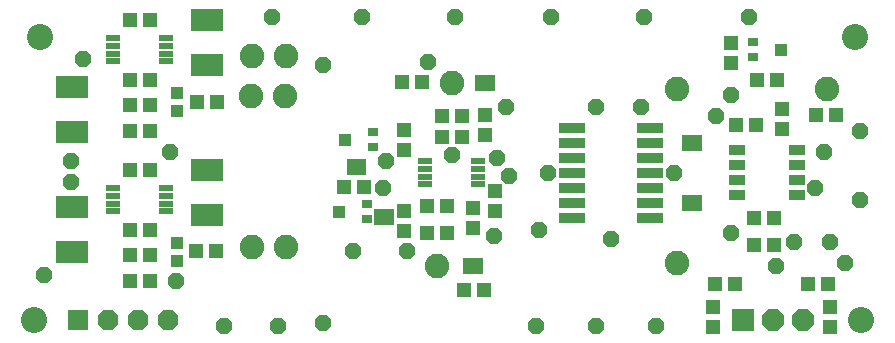
<source format=gts>
G75*
G70*
%OFA0B0*%
%FSLAX24Y24*%
%IPPOS*%
%LPD*%
%AMOC8*
5,1,8,0,0,1.08239X$1,22.5*
%
%ADD10C,0.0867*%
%ADD11R,0.0513X0.0237*%
%ADD12R,0.0880X0.0340*%
%ADD13R,0.0513X0.0474*%
%ADD14R,0.1064X0.0749*%
%ADD15R,0.0474X0.0513*%
%ADD16R,0.0330X0.0580*%
%ADD17C,0.0820*%
%ADD18R,0.0580X0.0330*%
%ADD19R,0.0434X0.0434*%
%ADD20R,0.0356X0.0316*%
%ADD21R,0.0740X0.0740*%
%ADD22OC8,0.0740*%
%ADD23R,0.0674X0.0674*%
%ADD24OC8,0.0674*%
%ADD25R,0.0395X0.0395*%
%ADD26OC8,0.0555*%
D10*
X007252Y007015D03*
X007449Y016464D03*
X034614Y016464D03*
X034811Y007015D03*
D11*
X022054Y011547D03*
X022054Y011803D03*
X022054Y012059D03*
X022054Y012315D03*
X020282Y012315D03*
X020282Y012059D03*
X020282Y011803D03*
X020282Y011547D03*
X011654Y011415D03*
X011654Y011159D03*
X011654Y010903D03*
X011654Y010647D03*
X009882Y010647D03*
X009882Y010903D03*
X009882Y011159D03*
X009882Y011415D03*
X009882Y015647D03*
X009882Y015903D03*
X009882Y016159D03*
X009882Y016415D03*
X011654Y016415D03*
X011654Y016159D03*
X011654Y015903D03*
X011654Y015647D03*
D12*
X025163Y013431D03*
X025163Y012931D03*
X025163Y012431D03*
X025163Y011931D03*
X025163Y011431D03*
X025163Y010931D03*
X025163Y010431D03*
X027773Y010431D03*
X027773Y010931D03*
X027773Y011431D03*
X027773Y011931D03*
X027773Y012431D03*
X027773Y012931D03*
X027773Y013431D03*
D13*
X030633Y013531D03*
X031303Y013531D03*
X033299Y013863D03*
X033968Y013863D03*
X032003Y015031D03*
X031333Y015031D03*
X031233Y010431D03*
X031903Y010431D03*
X031903Y009531D03*
X031233Y009531D03*
X030603Y008231D03*
X029933Y008231D03*
X033033Y008231D03*
X033703Y008231D03*
X022237Y008037D03*
X021568Y008037D03*
X021003Y009931D03*
X020333Y009931D03*
X020333Y010831D03*
X021003Y010831D03*
X018251Y011474D03*
X017582Y011474D03*
X020833Y013131D03*
X021503Y013131D03*
X021503Y013831D03*
X020833Y013831D03*
X020168Y014944D03*
X019499Y014944D03*
X013353Y014281D03*
X012683Y014281D03*
X011103Y014181D03*
X010433Y014181D03*
X010433Y015031D03*
X011103Y015031D03*
X011103Y013331D03*
X010433Y013331D03*
X010433Y012031D03*
X011103Y012031D03*
X011103Y010031D03*
X010433Y010031D03*
X010433Y009181D03*
X011103Y009181D03*
X012633Y009331D03*
X013303Y009331D03*
X011103Y008331D03*
X010433Y008331D03*
X010433Y017031D03*
X011103Y017031D03*
D14*
X013018Y017029D03*
X013018Y015533D03*
X008518Y014779D03*
X008518Y013283D03*
X008518Y010779D03*
X008518Y009283D03*
X013018Y010533D03*
X013018Y012029D03*
D15*
X019568Y012696D03*
X019568Y013366D03*
X022268Y013196D03*
X022268Y013866D03*
X022606Y011315D03*
X022606Y010645D03*
X021868Y010766D03*
X021868Y010096D03*
X019568Y009996D03*
X019568Y010666D03*
X029868Y007466D03*
X029868Y006796D03*
X033768Y006796D03*
X033768Y007466D03*
X032168Y013396D03*
X032168Y014066D03*
X030468Y015596D03*
X030468Y016266D03*
D16*
X029330Y012931D03*
X029006Y012931D03*
X029006Y010931D03*
X029330Y010931D03*
X022430Y014931D03*
X022106Y014931D03*
X018156Y012110D03*
X017832Y012110D03*
X018738Y010452D03*
X019062Y010452D03*
X021706Y008831D03*
X022030Y008831D03*
D17*
X020668Y008831D03*
X015655Y009445D03*
X014515Y009445D03*
X014481Y014488D03*
X015621Y014488D03*
X015655Y015816D03*
X014515Y015816D03*
X021168Y014931D03*
X028668Y014731D03*
X033668Y014731D03*
X028668Y008931D03*
D18*
X030668Y011181D03*
X030668Y011681D03*
X030668Y012181D03*
X030668Y012681D03*
X032668Y012681D03*
X032668Y012181D03*
X032668Y011681D03*
X032668Y011181D03*
D19*
X032140Y016031D03*
X017596Y013031D03*
X017396Y010631D03*
D20*
X018340Y010375D03*
X018340Y010887D03*
X018540Y012775D03*
X018540Y013287D03*
X031196Y015775D03*
X031196Y016287D03*
D21*
X030859Y007015D03*
D22*
X031859Y007015D03*
X032859Y007015D03*
D23*
X008705Y007015D03*
D24*
X009705Y007015D03*
X010705Y007015D03*
X011705Y007015D03*
D25*
X012018Y008986D03*
X012018Y009576D03*
X012018Y013986D03*
X012018Y014576D03*
D26*
X011768Y012631D03*
X008468Y012331D03*
X008468Y011631D03*
X007568Y008531D03*
X011968Y008331D03*
X013568Y006831D03*
X015368Y006831D03*
X016868Y006931D03*
X017868Y009331D03*
X019668Y009331D03*
X022568Y009831D03*
X024068Y010031D03*
X026468Y009731D03*
X023068Y011831D03*
X022668Y012431D03*
X021168Y012531D03*
X018968Y012331D03*
X018868Y011431D03*
X022968Y014131D03*
X025968Y014131D03*
X027468Y014131D03*
X029968Y013831D03*
X030468Y014531D03*
X033568Y012631D03*
X034768Y013331D03*
X033268Y011431D03*
X034768Y011031D03*
X033768Y009631D03*
X034268Y008931D03*
X032568Y009631D03*
X031968Y008831D03*
X030468Y009931D03*
X028568Y011931D03*
X024368Y011931D03*
X020368Y015631D03*
X021268Y017131D03*
X024468Y017131D03*
X027568Y017131D03*
X031068Y017131D03*
X018168Y017131D03*
X016868Y015531D03*
X015168Y017131D03*
X008868Y015731D03*
X023968Y006831D03*
X025968Y006831D03*
X027968Y006831D03*
M02*

</source>
